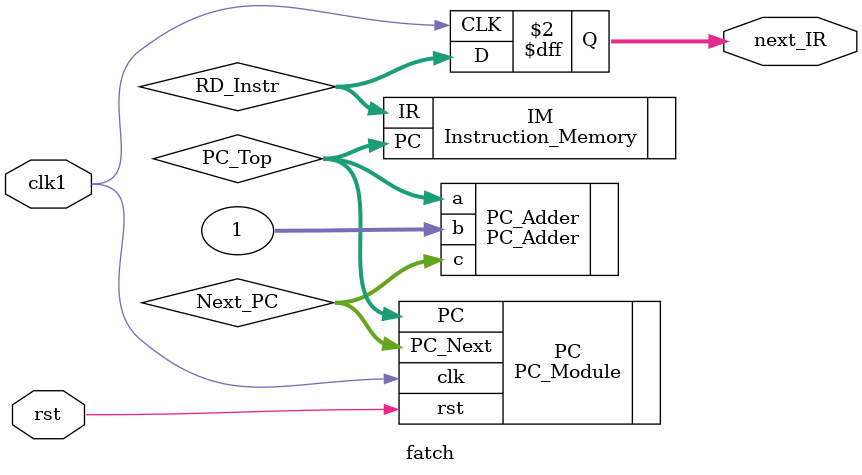
<source format=v>
module fatch(next_IR,rst,clk1);
input rst,clk1;
output reg [31:0]next_IR;

wire [31:0]PC_Top,Next_PC,RD_Instr;


PC_Module PC(
        .clk(clk1),
        .rst(rst),
        .PC(PC_Top),
        .PC_Next(Next_PC)
     );
PC_Adder PC_Adder(
                    .a(PC_Top),
                    .b(32'd1),
                    .c(Next_PC)
    );

Instruction_Memory IM(
                            .PC(PC_Top),
                            .IR(RD_Instr)
    );

always @(posedge clk1)
begin 
next_IR<=RD_Instr;
end
endmodule

</source>
